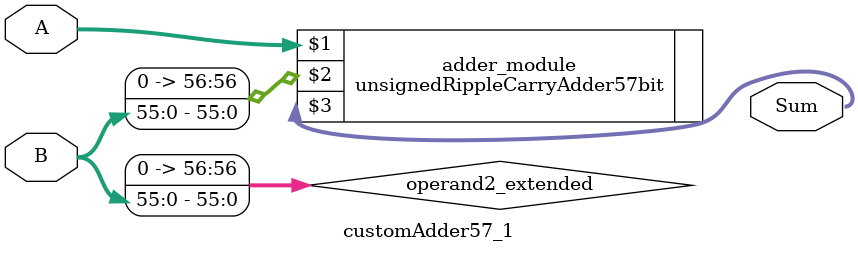
<source format=v>
module customAdder57_1(
                        input [56 : 0] A,
                        input [55 : 0] B,
                        
                        output [57 : 0] Sum
                );

        wire [56 : 0] operand2_extended;
        
        assign operand2_extended =  {1'b0, B};
        
        unsignedRippleCarryAdder57bit adder_module(
            A,
            operand2_extended,
            Sum
        );
        
        endmodule
        
</source>
